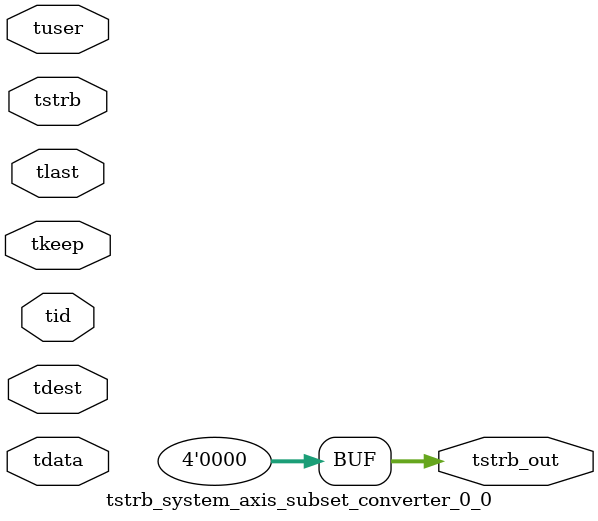
<source format=v>


`timescale 1ps/1ps

module tstrb_system_axis_subset_converter_0_0 #
(
parameter C_S_AXIS_TDATA_WIDTH = 32,
parameter C_S_AXIS_TUSER_WIDTH = 0,
parameter C_S_AXIS_TID_WIDTH   = 0,
parameter C_S_AXIS_TDEST_WIDTH = 0,
parameter C_M_AXIS_TDATA_WIDTH = 32
)
(
input  [(C_S_AXIS_TDATA_WIDTH == 0 ? 1 : C_S_AXIS_TDATA_WIDTH)-1:0     ] tdata,
input  [(C_S_AXIS_TUSER_WIDTH == 0 ? 1 : C_S_AXIS_TUSER_WIDTH)-1:0     ] tuser,
input  [(C_S_AXIS_TID_WIDTH   == 0 ? 1 : C_S_AXIS_TID_WIDTH)-1:0       ] tid,
input  [(C_S_AXIS_TDEST_WIDTH == 0 ? 1 : C_S_AXIS_TDEST_WIDTH)-1:0     ] tdest,
input  [(C_S_AXIS_TDATA_WIDTH/8)-1:0 ] tkeep,
input  [(C_S_AXIS_TDATA_WIDTH/8)-1:0 ] tstrb,
input                                                                    tlast,
output [(C_M_AXIS_TDATA_WIDTH/8)-1:0 ] tstrb_out
);

assign tstrb_out = {1'b0};

endmodule


</source>
